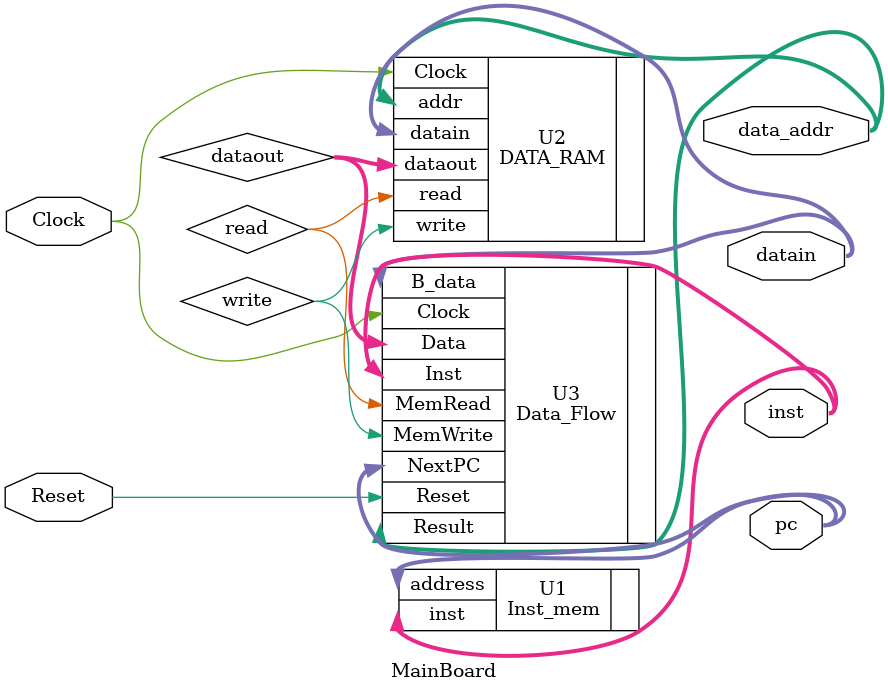
<source format=v>
`timescale 1ns / 1ps
module MainBoard(
			input Reset,
			input Clock,
			output [31:0] inst,			output [31:0] pc,			output [31:0] data_addr,				output [31:0] datain	    );
	 
	 
	 Inst_mem U1(	.address(pc),
						.inst(inst)	);
	 
	 
	 wire [31:0] dataout;
	 wire write, read;
	 
	 
	 DATA_RAM U2(	.Clock(Clock),
						.dataout(dataout),
						.datain(datain),
						.addr(data_addr),
						.write(write),
						.read(read)	);
						
	 Data_Flow U3(	.Reset(Reset),
						.Clock(Clock),
						.Inst(inst),
						.Data(dataout),
						.MemWrite(write),
						.MemRead(read),
						.Result(data_addr),
						.B_data(datain),
						.NextPC(pc)	);

endmodule

</source>
